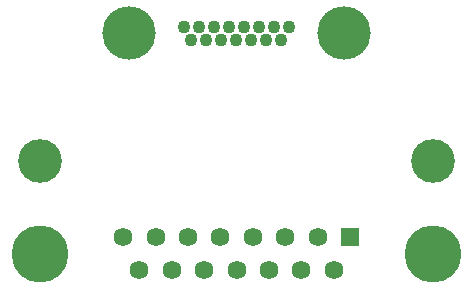
<source format=gbs>
G04*
G04 #@! TF.GenerationSoftware,Altium Limited,Altium Designer,20.0.11 (256)*
G04*
G04 Layer_Color=16711935*
%FSLAX25Y25*%
%MOIN*%
G70*
G01*
G75*
%ADD15C,0.14580*%
%ADD16C,0.17749*%
%ADD17C,0.04343*%
%ADD18C,0.06265*%
%ADD19R,0.06265X0.06265*%
%ADD20C,0.18996*%
D15*
X19400Y75000D02*
D03*
X150600D02*
D03*
D16*
X120654Y117500D02*
D03*
X49000D02*
D03*
D17*
X99827Y115335D02*
D03*
X94827D02*
D03*
X89827D02*
D03*
X84827D02*
D03*
X79827D02*
D03*
X74827D02*
D03*
X69827D02*
D03*
X102327Y119665D02*
D03*
X97327D02*
D03*
X92327D02*
D03*
X87327D02*
D03*
X82327D02*
D03*
X77327D02*
D03*
X72327D02*
D03*
X67327D02*
D03*
D18*
X117400Y38400D02*
D03*
X106600D02*
D03*
X95800D02*
D03*
X85000D02*
D03*
X74200D02*
D03*
X63400D02*
D03*
X52600D02*
D03*
X112000Y49600D02*
D03*
X101200D02*
D03*
X90400D02*
D03*
X79600D02*
D03*
X68800D02*
D03*
X58000D02*
D03*
X47200D02*
D03*
D19*
X122800D02*
D03*
D20*
X150600Y44000D02*
D03*
X19400D02*
D03*
M02*

</source>
